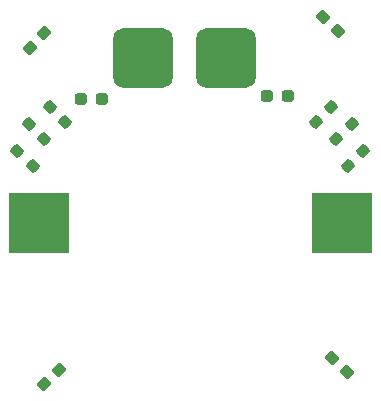
<source format=gbr>
%TF.GenerationSoftware,KiCad,Pcbnew,9.0.6*%
%TF.CreationDate,2025-12-04T01:13:43+01:00*%
%TF.ProjectId,knit_yarn_badge_v2,6b6e6974-5f79-4617-926e-5f6261646765,rev?*%
%TF.SameCoordinates,Original*%
%TF.FileFunction,Paste,Bot*%
%TF.FilePolarity,Positive*%
%FSLAX46Y46*%
G04 Gerber Fmt 4.6, Leading zero omitted, Abs format (unit mm)*
G04 Created by KiCad (PCBNEW 9.0.6) date 2025-12-04 01:13:43*
%MOMM*%
%LPD*%
G01*
G04 APERTURE LIST*
G04 Aperture macros list*
%AMRoundRect*
0 Rectangle with rounded corners*
0 $1 Rounding radius*
0 $2 $3 $4 $5 $6 $7 $8 $9 X,Y pos of 4 corners*
0 Add a 4 corners polygon primitive as box body*
4,1,4,$2,$3,$4,$5,$6,$7,$8,$9,$2,$3,0*
0 Add four circle primitives for the rounded corners*
1,1,$1+$1,$2,$3*
1,1,$1+$1,$4,$5*
1,1,$1+$1,$6,$7*
1,1,$1+$1,$8,$9*
0 Add four rect primitives between the rounded corners*
20,1,$1+$1,$2,$3,$4,$5,0*
20,1,$1+$1,$4,$5,$6,$7,0*
20,1,$1+$1,$6,$7,$8,$9,0*
20,1,$1+$1,$8,$9,$2,$3,0*%
G04 Aperture macros list end*
%ADD10RoundRect,0.750000X1.750000X1.750000X-1.750000X1.750000X-1.750000X-1.750000X1.750000X-1.750000X0*%
%ADD11RoundRect,0.237500X0.344715X-0.008839X-0.008839X0.344715X-0.344715X0.008839X0.008839X-0.344715X0*%
%ADD12RoundRect,0.237500X-0.287500X-0.237500X0.287500X-0.237500X0.287500X0.237500X-0.287500X0.237500X0*%
%ADD13RoundRect,0.237500X0.035355X0.371231X-0.371231X-0.035355X-0.035355X-0.371231X0.371231X0.035355X0*%
%ADD14RoundRect,0.237500X-0.008839X-0.344715X0.344715X0.008839X0.008839X0.344715X-0.344715X-0.008839X0*%
%ADD15RoundRect,0.237500X0.371231X-0.035355X-0.035355X0.371231X-0.371231X0.035355X0.035355X-0.371231X0*%
%ADD16RoundRect,0.237500X-0.371231X0.035355X0.035355X-0.371231X0.371231X-0.035355X-0.035355X0.371231X0*%
%ADD17RoundRect,0.237500X-0.035355X-0.371231X0.371231X0.035355X0.035355X0.371231X-0.371231X-0.035355X0*%
%ADD18RoundRect,0.237500X0.287500X0.237500X-0.287500X0.237500X-0.287500X-0.237500X0.287500X-0.237500X0*%
%ADD19R,5.100000X5.100000*%
G04 APERTURE END LIST*
D10*
%TO.C,SW1*%
X103000000Y-77000000D03*
X96000000Y-77000000D03*
%TD*%
D11*
%TO.C,R4*%
X87645235Y-83895235D03*
X86354765Y-82604765D03*
%TD*%
D12*
%TO.C,D5*%
X106500000Y-80250000D03*
X108250000Y-80250000D03*
%TD*%
D11*
%TO.C,R6*%
X89395235Y-82395235D03*
X88104765Y-81104765D03*
%TD*%
D13*
%TO.C,D4*%
X87618718Y-74881282D03*
X86381282Y-76118718D03*
%TD*%
D14*
%TO.C,R3*%
X112354765Y-83895235D03*
X113645235Y-82604765D03*
%TD*%
D15*
%TO.C,D1*%
X113243718Y-103618718D03*
X112006282Y-102381282D03*
%TD*%
D11*
%TO.C,R2*%
X86645235Y-86145235D03*
X85354765Y-84854765D03*
%TD*%
D14*
%TO.C,R5*%
X110604765Y-82395235D03*
X111895235Y-81104765D03*
%TD*%
D16*
%TO.C,D3*%
X111262564Y-73512564D03*
X112500000Y-74750000D03*
%TD*%
D17*
%TO.C,D2*%
X87631282Y-104618718D03*
X88868718Y-103381282D03*
%TD*%
D18*
%TO.C,D6*%
X92500000Y-80500000D03*
X90750000Y-80500000D03*
%TD*%
D19*
%TO.C,BT1*%
X87200000Y-91000000D03*
X112800000Y-91000000D03*
%TD*%
D14*
%TO.C,R1*%
X113354765Y-86145235D03*
X114645235Y-84854765D03*
%TD*%
M02*

</source>
